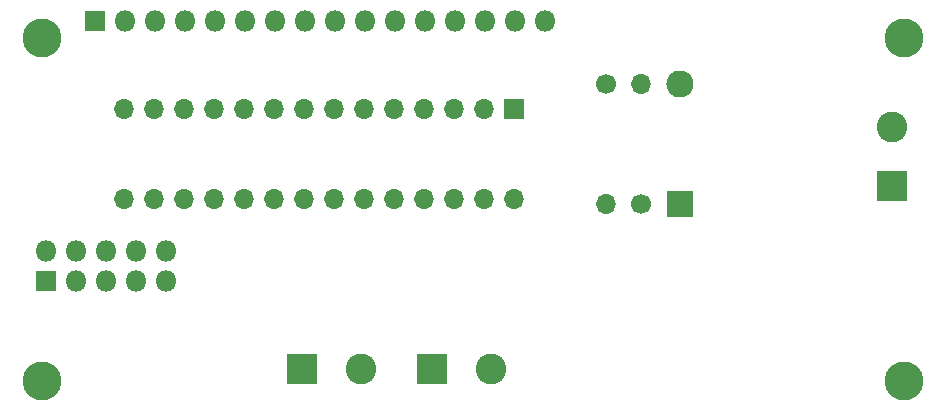
<source format=gbr>
%TF.GenerationSoftware,KiCad,Pcbnew,5.1.6*%
%TF.CreationDate,2020-08-16T16:00:55+02:00*%
%TF.ProjectId,volume_detection,766f6c75-6d65-45f6-9465-74656374696f,rev?*%
%TF.SameCoordinates,Original*%
%TF.FileFunction,Soldermask,Bot*%
%TF.FilePolarity,Negative*%
%FSLAX46Y46*%
G04 Gerber Fmt 4.6, Leading zero omitted, Abs format (unit mm)*
G04 Created by KiCad (PCBNEW 5.1.6) date 2020-08-16 16:00:55*
%MOMM*%
%LPD*%
G01*
G04 APERTURE LIST*
%ADD10O,1.700000X1.700000*%
%ADD11C,1.700000*%
%ADD12C,3.300000*%
%ADD13R,2.300000X2.300000*%
%ADD14O,2.300000X2.300000*%
%ADD15R,1.800000X1.800000*%
%ADD16O,1.800000X1.800000*%
%ADD17R,2.600000X2.600000*%
%ADD18C,2.600000*%
%ADD19R,1.700000X1.700000*%
G04 APERTURE END LIST*
D10*
%TO.C,L2*%
X101269800Y-141503400D03*
D11*
X101269800Y-131343400D03*
%TD*%
D12*
%TO.C,REF\u002A\u002A*%
X126500000Y-127500000D03*
%TD*%
%TO.C,REF\u002A\u002A*%
X126500000Y-156500000D03*
%TD*%
%TO.C,REF\u002A\u002A*%
X53500000Y-156500000D03*
%TD*%
%TO.C,REF\u002A\u002A*%
X53500000Y-127500000D03*
%TD*%
D13*
%TO.C,D1*%
X107500000Y-141500000D03*
D14*
X107500000Y-131340000D03*
%TD*%
D15*
%TO.C,J1*%
X53840000Y-148040000D03*
D16*
X53840000Y-145500000D03*
X56380000Y-148040000D03*
X56380000Y-145500000D03*
X58920000Y-148040000D03*
X58920000Y-145500000D03*
X61460000Y-148040000D03*
X61460000Y-145500000D03*
X64000000Y-148040000D03*
X64000000Y-145500000D03*
%TD*%
D17*
%TO.C,J2*%
X75500000Y-155500000D03*
D18*
X80500000Y-155500000D03*
%TD*%
D17*
%TO.C,J3*%
X86500000Y-155500000D03*
D18*
X91500000Y-155500000D03*
%TD*%
%TO.C,J4*%
X125500000Y-135000000D03*
D17*
X125500000Y-140000000D03*
%TD*%
D11*
%TO.C,L1*%
X104250000Y-141500000D03*
D10*
X104250000Y-131340000D03*
%TD*%
D15*
%TO.C,LCd1*%
X58000000Y-126000000D03*
D16*
X60540000Y-126000000D03*
X63080000Y-126000000D03*
X65620000Y-126000000D03*
X68160000Y-126000000D03*
X70700000Y-126000000D03*
X73240000Y-126000000D03*
X75780000Y-126000000D03*
X78320000Y-126000000D03*
X80860000Y-126000000D03*
X83400000Y-126000000D03*
X85940000Y-126000000D03*
X88480000Y-126000000D03*
X91020000Y-126000000D03*
X93560000Y-126000000D03*
X96100000Y-126000000D03*
%TD*%
D19*
%TO.C,U2*%
X93500000Y-133500000D03*
D10*
X60480000Y-141120000D03*
X90960000Y-133500000D03*
X63020000Y-141120000D03*
X88420000Y-133500000D03*
X65560000Y-141120000D03*
X85880000Y-133500000D03*
X68100000Y-141120000D03*
X83340000Y-133500000D03*
X70640000Y-141120000D03*
X80800000Y-133500000D03*
X73180000Y-141120000D03*
X78260000Y-133500000D03*
X75720000Y-141120000D03*
X75720000Y-133500000D03*
X78260000Y-141120000D03*
X73180000Y-133500000D03*
X80800000Y-141120000D03*
X70640000Y-133500000D03*
X83340000Y-141120000D03*
X68100000Y-133500000D03*
X85880000Y-141120000D03*
X65560000Y-133500000D03*
X88420000Y-141120000D03*
X63020000Y-133500000D03*
X90960000Y-141120000D03*
X60480000Y-133500000D03*
X93500000Y-141120000D03*
%TD*%
M02*

</source>
